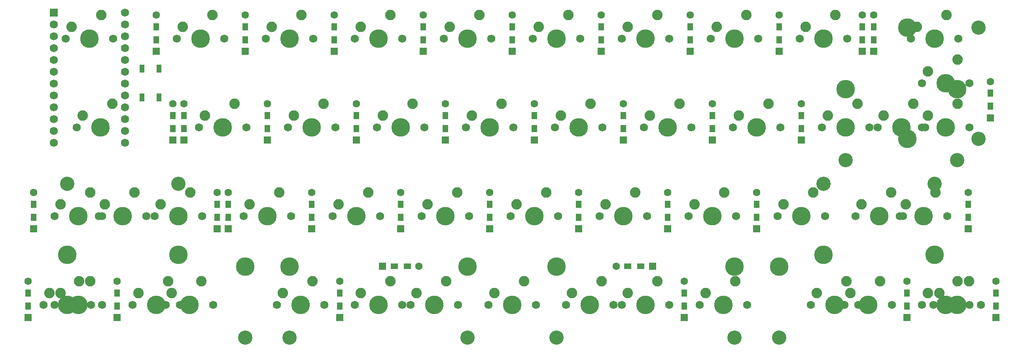
<source format=gbr>
%TF.GenerationSoftware,KiCad,Pcbnew,(5.1.9)-1*%
%TF.CreationDate,2021-08-31T12:46:26-07:00*%
%TF.ProjectId,warpstone,77617270-7374-46f6-9e65-2e6b69636164,rev?*%
%TF.SameCoordinates,Original*%
%TF.FileFunction,Soldermask,Bot*%
%TF.FilePolarity,Negative*%
%FSLAX46Y46*%
G04 Gerber Fmt 4.6, Leading zero omitted, Abs format (unit mm)*
G04 Created by KiCad (PCBNEW (5.1.9)-1) date 2021-08-31 12:46:26*
%MOMM*%
%LPD*%
G01*
G04 APERTURE LIST*
%ADD10C,1.752600*%
%ADD11R,1.752600X1.752600*%
%ADD12C,2.250000*%
%ADD13C,3.987800*%
%ADD14C,1.750000*%
%ADD15C,3.048000*%
%ADD16R,1.100000X1.800000*%
%ADD17R,1.600000X1.600000*%
%ADD18C,1.600000*%
%ADD19R,1.200000X1.600000*%
%ADD20R,1.600000X1.200000*%
G04 APERTURE END LIST*
D10*
%TO.C,U1*%
X52863940Y-32464570D03*
X37623940Y-60404570D03*
X52863940Y-35004570D03*
X52863940Y-37544570D03*
X52863940Y-40084570D03*
X52863940Y-42624570D03*
X52863940Y-45164570D03*
X52863940Y-47704570D03*
X52863940Y-50244570D03*
X52863940Y-52784570D03*
X52863940Y-55324570D03*
X52863940Y-57864570D03*
X52863940Y-60404570D03*
X37623940Y-57864570D03*
X37623940Y-55324570D03*
X37623940Y-52784570D03*
X37623940Y-50244570D03*
X37623940Y-47704570D03*
X37623940Y-45164570D03*
X37623940Y-42624570D03*
X37623940Y-40084570D03*
X37623940Y-37544570D03*
X37623940Y-35004570D03*
D11*
X37623940Y-32464570D03*
%TD*%
D12*
%TO.C,MX30-2.75u1*%
X216853400Y-71120320D03*
D13*
X214313400Y-76200320D03*
D12*
X210503400Y-73660320D03*
D14*
X209233400Y-76200320D03*
X219393400Y-76200320D03*
D15*
X202407150Y-69215320D03*
X226219650Y-69215320D03*
D13*
X202407150Y-84455320D03*
X226219650Y-84455320D03*
%TD*%
D12*
%TO.C,MX21-2.25u1*%
X54927720Y-71120320D03*
D13*
X52387720Y-76200320D03*
D12*
X48577720Y-73660320D03*
D14*
X47307720Y-76200320D03*
X57467720Y-76200320D03*
D15*
X40481470Y-69215320D03*
X64293970Y-69215320D03*
D13*
X40481470Y-84455320D03*
X64293970Y-84455320D03*
%TD*%
D12*
%TO.C,MX11*%
X50165200Y-52070240D03*
D13*
X47625200Y-57150240D03*
D12*
X43815200Y-54610240D03*
D14*
X42545200Y-57150240D03*
%TD*%
D13*
%TO.C,MX20-ISO1*%
X220345960Y-35687200D03*
X220345960Y-59563200D03*
D15*
X235585960Y-35687200D03*
X235585960Y-59563200D03*
D14*
X233680960Y-47625200D03*
X223520960Y-47625200D03*
D12*
X224790960Y-45085200D03*
D13*
X228600960Y-47625200D03*
D12*
X231140960Y-42545200D03*
%TD*%
%TO.C,MX20-2.25u1*%
X221615920Y-52070240D03*
D13*
X219075920Y-57150240D03*
D12*
X215265920Y-54610240D03*
D14*
X213995920Y-57150240D03*
X224155920Y-57150240D03*
D15*
X207169670Y-64135240D03*
X230982170Y-64135240D03*
D13*
X207169670Y-48895240D03*
X230982170Y-48895240D03*
%TD*%
D12*
%TO.C,MX38-1u1*%
X233522220Y-90170400D03*
D13*
X230982220Y-95250400D03*
D12*
X227172220Y-92710400D03*
D14*
X225902220Y-95250400D03*
X236062220Y-95250400D03*
%TD*%
D12*
%TO.C,MX37-1u1*%
X214472140Y-90170400D03*
D13*
X211932140Y-95250400D03*
D12*
X208122140Y-92710400D03*
D14*
X206852140Y-95250400D03*
X217012140Y-95250400D03*
%TD*%
D12*
%TO.C,MX32-1u1*%
X62071500Y-90170400D03*
D13*
X59531500Y-95250400D03*
D12*
X55721500Y-92710400D03*
D14*
X54451500Y-95250400D03*
X64611500Y-95250400D03*
%TD*%
D12*
%TO.C,MX31-1u1*%
X43021420Y-90170400D03*
D13*
X40481420Y-95250400D03*
D12*
X36671420Y-92710400D03*
D14*
X35401420Y-95250400D03*
X45561420Y-95250400D03*
%TD*%
D12*
%TO.C,MX34-7u1*%
X138271820Y-90170400D03*
D13*
X135731820Y-95250400D03*
D12*
X131921820Y-92710400D03*
D14*
X130651820Y-95250400D03*
X140811820Y-95250400D03*
D15*
X78581820Y-102235400D03*
X192881820Y-102235400D03*
D13*
X78581820Y-86995400D03*
X192881820Y-86995400D03*
%TD*%
%TO.C,MX34-6u1*%
X183356820Y-86995400D03*
X88106820Y-86995400D03*
D15*
X183356820Y-102235400D03*
X88106820Y-102235400D03*
D14*
X140811820Y-95250400D03*
X130651820Y-95250400D03*
D12*
X131921820Y-92710400D03*
D13*
X135731820Y-95250400D03*
D12*
X138271820Y-90170400D03*
%TD*%
%TO.C,MX35-3u1*%
X166846940Y-90170400D03*
X160496940Y-92710400D03*
D13*
X164306940Y-95250400D03*
D14*
X159226940Y-95250400D03*
X169386940Y-95250400D03*
D15*
X145256940Y-102235400D03*
X183356940Y-102235400D03*
D13*
X145256940Y-86995400D03*
X183356940Y-86995400D03*
%TD*%
D12*
%TO.C,MX34-3u1*%
X109696700Y-90170400D03*
X103346700Y-92710400D03*
D13*
X107156700Y-95250400D03*
D14*
X102076700Y-95250400D03*
X112236700Y-95250400D03*
D15*
X88106700Y-102235400D03*
X126206700Y-102235400D03*
D13*
X88106700Y-86995400D03*
X126206700Y-86995400D03*
%TD*%
D16*
%TO.C,SW1*%
X60190870Y-50725200D03*
X60190870Y-44525200D03*
X56490870Y-50725200D03*
X56490870Y-44525200D03*
%TD*%
D12*
%TO.C,MX38*%
X231140960Y-90170400D03*
D13*
X228600960Y-95250400D03*
D12*
X224790960Y-92710400D03*
D14*
X223520960Y-95250400D03*
X233680960Y-95250400D03*
%TD*%
D12*
%TO.C,MX37*%
X207328360Y-90170400D03*
D13*
X204788360Y-95250400D03*
D12*
X200978360Y-92710400D03*
D14*
X199708360Y-95250400D03*
X209868360Y-95250400D03*
%TD*%
D12*
%TO.C,MX36*%
X183515760Y-90170400D03*
D13*
X180975760Y-95250400D03*
D12*
X177165760Y-92710400D03*
D14*
X175895760Y-95250400D03*
X186055760Y-95250400D03*
%TD*%
D12*
%TO.C,MX35*%
X154940640Y-90170400D03*
D13*
X152400640Y-95250400D03*
D12*
X148590640Y-92710400D03*
D14*
X147320640Y-95250400D03*
X157480640Y-95250400D03*
%TD*%
D12*
%TO.C,MX34*%
X121603000Y-90170400D03*
D13*
X119063000Y-95250400D03*
D12*
X115253000Y-92710400D03*
D14*
X113983000Y-95250400D03*
X124143000Y-95250400D03*
%TD*%
D12*
%TO.C,MX33*%
X93027880Y-90170400D03*
D13*
X90487880Y-95250400D03*
D12*
X86677880Y-92710400D03*
D14*
X85407880Y-95250400D03*
X95567880Y-95250400D03*
%TD*%
D12*
%TO.C,MX32*%
X69215280Y-90170400D03*
D13*
X66675280Y-95250400D03*
D12*
X62865280Y-92710400D03*
D14*
X61595280Y-95250400D03*
X71755280Y-95250400D03*
%TD*%
D12*
%TO.C,MX31*%
X45402680Y-90170400D03*
D13*
X42862680Y-95250400D03*
D12*
X39052680Y-92710400D03*
D14*
X37782680Y-95250400D03*
X47942680Y-95250400D03*
%TD*%
D12*
%TO.C,MX30*%
X226378440Y-71120320D03*
D13*
X223838440Y-76200320D03*
D12*
X220028440Y-73660320D03*
D14*
X218758440Y-76200320D03*
X228918440Y-76200320D03*
%TD*%
D12*
%TO.C,MX29*%
X200184580Y-71120320D03*
D13*
X197644580Y-76200320D03*
D12*
X193834580Y-73660320D03*
D14*
X192564580Y-76200320D03*
X202724580Y-76200320D03*
%TD*%
D12*
%TO.C,MX28*%
X181134500Y-71120320D03*
D13*
X178594500Y-76200320D03*
D12*
X174784500Y-73660320D03*
D14*
X173514500Y-76200320D03*
X183674500Y-76200320D03*
%TD*%
D12*
%TO.C,MX27*%
X162084420Y-71120320D03*
D13*
X159544420Y-76200320D03*
D12*
X155734420Y-73660320D03*
D14*
X154464420Y-76200320D03*
X164624420Y-76200320D03*
%TD*%
D12*
%TO.C,MX26*%
X143034340Y-71120320D03*
D13*
X140494340Y-76200320D03*
D12*
X136684340Y-73660320D03*
D14*
X135414340Y-76200320D03*
X145574340Y-76200320D03*
%TD*%
D12*
%TO.C,MX25*%
X123984260Y-71120320D03*
D13*
X121444260Y-76200320D03*
D12*
X117634260Y-73660320D03*
D14*
X116364260Y-76200320D03*
X126524260Y-76200320D03*
%TD*%
D12*
%TO.C,MX24*%
X104934180Y-71120320D03*
D13*
X102394180Y-76200320D03*
D12*
X98584180Y-73660320D03*
D14*
X97314180Y-76200320D03*
X107474180Y-76200320D03*
%TD*%
D12*
%TO.C,MX23*%
X85884100Y-71120320D03*
D13*
X83344100Y-76200320D03*
D12*
X79534100Y-73660320D03*
D14*
X78264100Y-76200320D03*
X88424100Y-76200320D03*
%TD*%
D12*
%TO.C,MX22*%
X66834020Y-71120320D03*
D13*
X64294020Y-76200320D03*
D12*
X60484020Y-73660320D03*
D14*
X59214020Y-76200320D03*
X69374020Y-76200320D03*
%TD*%
D12*
%TO.C,MX21*%
X45402680Y-71120320D03*
D13*
X42862680Y-76200320D03*
D12*
X39052680Y-73660320D03*
D14*
X37782680Y-76200320D03*
X47942680Y-76200320D03*
%TD*%
D12*
%TO.C,MX20*%
X231140960Y-52070240D03*
D13*
X228600960Y-57150240D03*
D12*
X224790960Y-54610240D03*
D14*
X223520960Y-57150240D03*
X233680960Y-57150240D03*
%TD*%
D12*
%TO.C,MX19*%
X209709620Y-52070240D03*
D13*
X207169620Y-57150240D03*
D12*
X203359620Y-54610240D03*
D14*
X202089620Y-57150240D03*
X212249620Y-57150240D03*
%TD*%
D12*
%TO.C,MX18*%
X190659540Y-52070240D03*
D13*
X188119540Y-57150240D03*
D12*
X184309540Y-54610240D03*
D14*
X183039540Y-57150240D03*
X193199540Y-57150240D03*
%TD*%
D12*
%TO.C,MX17*%
X171609460Y-52070240D03*
D13*
X169069460Y-57150240D03*
D12*
X165259460Y-54610240D03*
D14*
X163989460Y-57150240D03*
X174149460Y-57150240D03*
%TD*%
D12*
%TO.C,MX16*%
X152559380Y-52070240D03*
D13*
X150019380Y-57150240D03*
D12*
X146209380Y-54610240D03*
D14*
X144939380Y-57150240D03*
X155099380Y-57150240D03*
%TD*%
D12*
%TO.C,MX15*%
X133509300Y-52070240D03*
D13*
X130969300Y-57150240D03*
D12*
X127159300Y-54610240D03*
D14*
X125889300Y-57150240D03*
X136049300Y-57150240D03*
%TD*%
D12*
%TO.C,MX14*%
X114459220Y-52070240D03*
D13*
X111919220Y-57150240D03*
D12*
X108109220Y-54610240D03*
D14*
X106839220Y-57150240D03*
X116999220Y-57150240D03*
%TD*%
D12*
%TO.C,MX13*%
X95409140Y-52070240D03*
D13*
X92869140Y-57150240D03*
D12*
X89059140Y-54610240D03*
D14*
X87789140Y-57150240D03*
X97949140Y-57150240D03*
%TD*%
D12*
%TO.C,MX12*%
X76359060Y-52070240D03*
D13*
X73819060Y-57150240D03*
D12*
X70009060Y-54610240D03*
D14*
X68739060Y-57150240D03*
X78899060Y-57150240D03*
%TD*%
D12*
%TO.C,MX10*%
X228759700Y-33020160D03*
D13*
X226219700Y-38100160D03*
D12*
X222409700Y-35560160D03*
D14*
X221139700Y-38100160D03*
X231299700Y-38100160D03*
%TD*%
D12*
%TO.C,MX9*%
X204947100Y-33020160D03*
D13*
X202407100Y-38100160D03*
D12*
X198597100Y-35560160D03*
D14*
X197327100Y-38100160D03*
X207487100Y-38100160D03*
%TD*%
D12*
%TO.C,MX8*%
X185897020Y-33020160D03*
D13*
X183357020Y-38100160D03*
D12*
X179547020Y-35560160D03*
D14*
X178277020Y-38100160D03*
X188437020Y-38100160D03*
%TD*%
D12*
%TO.C,MX7*%
X166846940Y-33020160D03*
D13*
X164306940Y-38100160D03*
D12*
X160496940Y-35560160D03*
D14*
X159226940Y-38100160D03*
X169386940Y-38100160D03*
%TD*%
D12*
%TO.C,MX6*%
X147796860Y-33020160D03*
D13*
X145256860Y-38100160D03*
D12*
X141446860Y-35560160D03*
D14*
X140176860Y-38100160D03*
X150336860Y-38100160D03*
%TD*%
D12*
%TO.C,MX5*%
X128746780Y-33020160D03*
D13*
X126206780Y-38100160D03*
D12*
X122396780Y-35560160D03*
D14*
X121126780Y-38100160D03*
X131286780Y-38100160D03*
%TD*%
D12*
%TO.C,MX4*%
X109696700Y-33020160D03*
D13*
X107156700Y-38100160D03*
D12*
X103346700Y-35560160D03*
D14*
X102076700Y-38100160D03*
X112236700Y-38100160D03*
%TD*%
D12*
%TO.C,MX3*%
X90646620Y-33020160D03*
D13*
X88106620Y-38100160D03*
D12*
X84296620Y-35560160D03*
D14*
X83026620Y-38100160D03*
X93186620Y-38100160D03*
%TD*%
D12*
%TO.C,MX2*%
X71596540Y-33020160D03*
D13*
X69056540Y-38100160D03*
D12*
X65246540Y-35560160D03*
D14*
X63976540Y-38100160D03*
X74136540Y-38100160D03*
%TD*%
D12*
%TO.C,MX1*%
X47783940Y-33020160D03*
D13*
X45243940Y-38100160D03*
D12*
X41433940Y-35560160D03*
D14*
X40163940Y-38100160D03*
X50323940Y-38100160D03*
%TD*%
D17*
%TO.C,D38*%
X239316630Y-97959770D03*
D18*
X239316630Y-90159770D03*
D19*
X239316630Y-95459770D03*
X239316630Y-92659770D03*
%TD*%
D17*
%TO.C,D37*%
X220266550Y-97959770D03*
D18*
X220266550Y-90159770D03*
D19*
X220266550Y-95459770D03*
X220266550Y-92659770D03*
%TD*%
D17*
%TO.C,D36*%
X172641350Y-97959770D03*
D18*
X172641350Y-90159770D03*
D19*
X172641350Y-95459770D03*
X172641350Y-92659770D03*
%TD*%
D17*
%TO.C,D35*%
X165825680Y-86915990D03*
D18*
X158025680Y-86915990D03*
D20*
X163325680Y-86915990D03*
X160525680Y-86915990D03*
%TD*%
D17*
%TO.C,D34*%
X108019220Y-86915990D03*
D18*
X115819220Y-86915990D03*
D20*
X110519220Y-86915990D03*
X113319220Y-86915990D03*
%TD*%
D17*
%TO.C,D33*%
X98822290Y-97959770D03*
D18*
X98822290Y-90159770D03*
D19*
X98822290Y-95459770D03*
X98822290Y-92659770D03*
%TD*%
D17*
%TO.C,D32*%
X51197090Y-97959770D03*
D18*
X51197090Y-90159770D03*
D19*
X51197090Y-95459770D03*
X51197090Y-92659770D03*
%TD*%
D17*
%TO.C,D31*%
X32147010Y-97959770D03*
D18*
X32147010Y-90159770D03*
D19*
X32147010Y-95459770D03*
X32147010Y-92659770D03*
%TD*%
D17*
%TO.C,D30*%
X233363480Y-78909690D03*
D18*
X233363480Y-71109690D03*
D19*
X233363480Y-76409690D03*
X233363480Y-73609690D03*
%TD*%
D17*
%TO.C,D29*%
X188119540Y-78909690D03*
D18*
X188119540Y-71109690D03*
D19*
X188119540Y-76409690D03*
X188119540Y-73609690D03*
%TD*%
D17*
%TO.C,D28*%
X169069460Y-78909690D03*
D18*
X169069460Y-71109690D03*
D19*
X169069460Y-76409690D03*
X169069460Y-73609690D03*
%TD*%
D17*
%TO.C,D27*%
X150019380Y-78909690D03*
D18*
X150019380Y-71109690D03*
D19*
X150019380Y-76409690D03*
X150019380Y-73609690D03*
%TD*%
D17*
%TO.C,D26*%
X130969300Y-78909690D03*
D18*
X130969300Y-71109690D03*
D19*
X130969300Y-76409690D03*
X130969300Y-73609690D03*
%TD*%
D17*
%TO.C,D25*%
X111919220Y-78909690D03*
D18*
X111919220Y-71109690D03*
D19*
X111919220Y-76409690D03*
X111919220Y-73609690D03*
%TD*%
D17*
%TO.C,D24*%
X92869140Y-78909690D03*
D18*
X92869140Y-71109690D03*
D19*
X92869140Y-76409690D03*
X92869140Y-73609690D03*
%TD*%
D17*
%TO.C,D23*%
X75009690Y-78909690D03*
D18*
X75009690Y-71109690D03*
D19*
X75009690Y-76409690D03*
X75009690Y-73609690D03*
%TD*%
D17*
%TO.C,D22*%
X72628430Y-78909690D03*
D18*
X72628430Y-71109690D03*
D19*
X72628430Y-76409690D03*
X72628430Y-73609690D03*
%TD*%
D17*
%TO.C,D21*%
X33337640Y-78909690D03*
D18*
X33337640Y-71109690D03*
D19*
X33337640Y-76409690D03*
X33337640Y-73609690D03*
%TD*%
D17*
%TO.C,D20*%
X238126000Y-55097090D03*
D18*
X238126000Y-47297090D03*
D19*
X238126000Y-52597090D03*
X238126000Y-49797090D03*
%TD*%
D17*
%TO.C,D19*%
X197644580Y-59859610D03*
D18*
X197644580Y-52059610D03*
D19*
X197644580Y-57359610D03*
X197644580Y-54559610D03*
%TD*%
D17*
%TO.C,D18*%
X178594500Y-59859610D03*
D18*
X178594500Y-52059610D03*
D19*
X178594500Y-57359610D03*
X178594500Y-54559610D03*
%TD*%
D17*
%TO.C,D17*%
X159544420Y-59859610D03*
D18*
X159544420Y-52059610D03*
D19*
X159544420Y-57359610D03*
X159544420Y-54559610D03*
%TD*%
D17*
%TO.C,D16*%
X140494340Y-59859610D03*
D18*
X140494340Y-52059610D03*
D19*
X140494340Y-57359610D03*
X140494340Y-54559610D03*
%TD*%
D17*
%TO.C,D15*%
X121444260Y-59859610D03*
D18*
X121444260Y-52059610D03*
D19*
X121444260Y-57359610D03*
X121444260Y-54559610D03*
%TD*%
D17*
%TO.C,D14*%
X102394180Y-59859610D03*
D18*
X102394180Y-52059610D03*
D19*
X102394180Y-57359610D03*
X102394180Y-54559610D03*
%TD*%
D17*
%TO.C,D13*%
X83344100Y-59859610D03*
D18*
X83344100Y-52059610D03*
D19*
X83344100Y-57359610D03*
X83344100Y-54559610D03*
%TD*%
D17*
%TO.C,D12*%
X65484650Y-59859610D03*
D18*
X65484650Y-52059610D03*
D19*
X65484650Y-57359610D03*
X65484650Y-54559610D03*
%TD*%
D17*
%TO.C,D11*%
X63103390Y-59859610D03*
D18*
X63103390Y-52059610D03*
D19*
X63103390Y-57359610D03*
X63103390Y-54559610D03*
%TD*%
D17*
%TO.C,D10*%
X213122770Y-40809530D03*
D18*
X213122770Y-33009530D03*
D19*
X213122770Y-38309530D03*
X213122770Y-35509530D03*
%TD*%
D17*
%TO.C,D9*%
X210741510Y-40809530D03*
D18*
X210741510Y-33009530D03*
D19*
X210741510Y-38309530D03*
X210741510Y-35509530D03*
%TD*%
D17*
%TO.C,D8*%
X192882060Y-40809530D03*
D18*
X192882060Y-33009530D03*
D19*
X192882060Y-38309530D03*
X192882060Y-35509530D03*
%TD*%
D17*
%TO.C,D7*%
X173831980Y-40809530D03*
D18*
X173831980Y-33009530D03*
D19*
X173831980Y-38309530D03*
X173831980Y-35509530D03*
%TD*%
D17*
%TO.C,D6*%
X154781900Y-40809530D03*
D18*
X154781900Y-33009530D03*
D19*
X154781900Y-38309530D03*
X154781900Y-35509530D03*
%TD*%
D17*
%TO.C,D5*%
X135731820Y-40809530D03*
D18*
X135731820Y-33009530D03*
D19*
X135731820Y-38309530D03*
X135731820Y-35509530D03*
%TD*%
D17*
%TO.C,D4*%
X116681740Y-40809530D03*
D18*
X116681740Y-33009530D03*
D19*
X116681740Y-38309530D03*
X116681740Y-35509530D03*
%TD*%
D17*
%TO.C,D3*%
X97631660Y-40809530D03*
D18*
X97631660Y-33009530D03*
D19*
X97631660Y-38309530D03*
X97631660Y-35509530D03*
%TD*%
D17*
%TO.C,D2*%
X78581580Y-40809530D03*
D18*
X78581580Y-33009530D03*
D19*
X78581580Y-38309530D03*
X78581580Y-35509530D03*
%TD*%
D17*
%TO.C,D1*%
X59531500Y-40809530D03*
D18*
X59531500Y-33009530D03*
D19*
X59531500Y-38309530D03*
X59531500Y-35509530D03*
%TD*%
M02*

</source>
